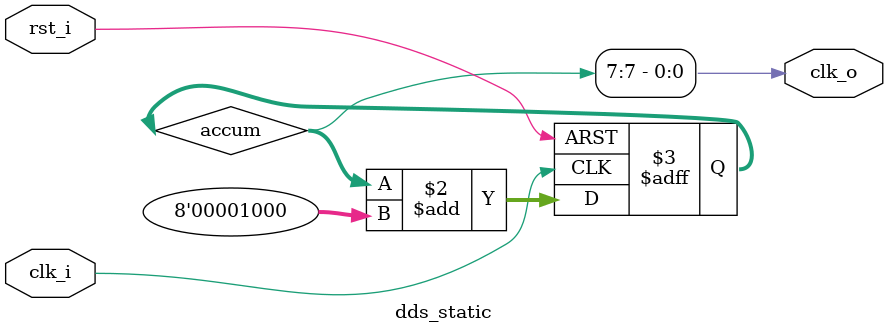
<source format=v>
/*
--------------------------------------------------------------------------------

Module: dds_static.v

Function: 
- Forms a simple static DDS source.

Instantiates: 
- Nothing.

Notes:
- Employs phase accumulation, phase increment is multiplication factor.
- clk_o = clk_i * INC_VAL * 2^-ACCUM_W
- Output is roughly square, long-term avg of duty cycle is generally 50/50.
- For correct operation, INC_VAL < 2^(ACCUM_W-1).
    
--------------------------------------------------------------------------------
*/

module dds_static
	#(
	parameter	integer							ACCUM_W			= 8,		// phase accumulator width (bits)
	parameter	[ACCUM_W-1:0]					INC_VAL			= 8		// phase increment value
	)
	(
	// clocks & resets
	input			wire								clk_i,						// clock
	input			wire								rst_i,						// async reset, active high
	//
	output		wire								clk_o							// output clock
	);


	/*
	----------------------
	-- internal signals --
	----------------------
	*/
	reg					[ACCUM_W-1:0]			accum;



	/*
	================
	== code start ==
	================
	*/

	
	// accumulate
	always @ ( posedge clk_i or posedge rst_i ) begin
		if ( rst_i ) begin
			accum <= 'b0;
		end else begin
			accum <= accum + INC_VAL;
		end
	end

	// assign output
	assign clk_o = accum[ACCUM_W-1];
	

endmodule

</source>
